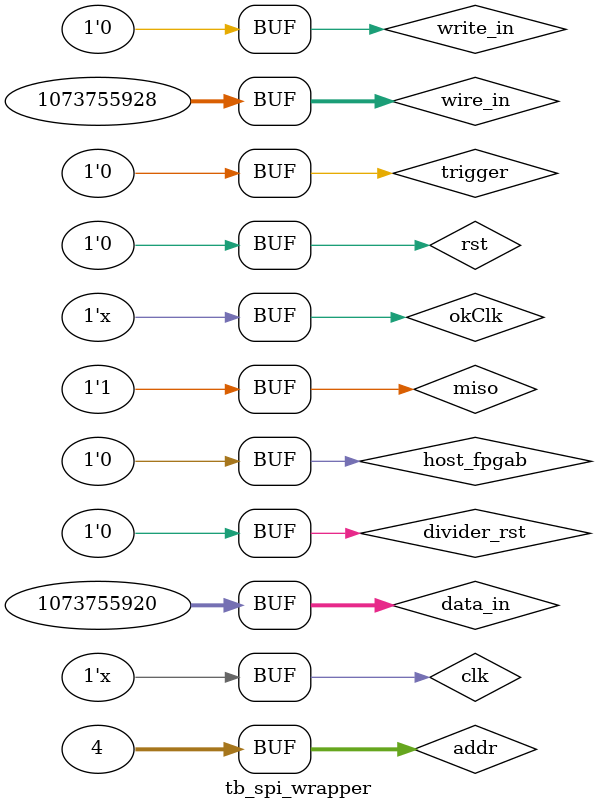
<source format=v>
`timescale 1ns / 1ps


module tb_spi_wrapper;
	// Inputs
	reg clk;
	reg rst, divider_rst;
	reg [31:0] wire_in;
	reg trigger;
	reg miso;
	reg host_fpgab;
    reg okClk;
    reg [31:0]addr;
    reg [31:0]data_in;
    reg write_in;

	// Outputs
	wire [31:0] wire_out;
	wire data_valid;
	wire ss, sclk, mosi, convst;

	spi_controller uut(
        .clk(clk),
        .reset(rst),
        .divider_reset(divider_rst),
        .dac_val(wire_in),
        .dac_convert_trigger(trigger),
        .host_fpgab(host_fpgab),
        // OKRegister bridge inputs 
        .okClk(okClk),
        .addr(addr),
        .data_in(data_in),
        .write_in(write_in),
        // outputs 
        .dac_out(wire_out),
        .data_valid(data_valid),
        .ss(ss),
        .sclk(sclk),
        .mosi(mosi),
        .miso(miso),
        .convst_out(convst)
        );
	
	// Generate clock
	always #2.5 clk = ~clk;//now 200 MHz sys clock
    always #5.05 okClk = ~okClk;//now 200 MHz sys clock

	initial begin
		// Initialize Inputs
		clk = 1'b0;
		rst = 1'b0;
		divider_rst = 1'b0;
		miso = 1'b1;
		trigger = 1'b0;
		wire_in = 32'h0;
		host_fpgab = 1'b1; //host controlled SPI writes 
		// OK register bridge
        okClk = 1'b0;
        addr = 32'h0;
        data_in = 32'd0;
        write_in = 1'b0;
		
		#15;
        rst = 1'b1;
		// Wait 5 ns (one clock) for global reset to finish
		#5;
		rst = 1'b0;
        
      // Add stimulus here
      #17.5;
      trigger = 1'b0;
      wire_in = 32'h00000000; 
      #10;
      wire_in = 32'h80000051;//divide register address
	  #10;
      trigger = 1'b1;
      #5;
      trigger = 1'b0;
      #40;
      wire_in = 32'h40000003;
      #5
      trigger = 1'b1;
      #5;
      trigger = 1'b0;
      #40;
      wire_in = 32'h80000001;//tx register 1 address
      trigger = 1'b1;
      #5;
      trigger = 1'b0;
      #40;
      trigger = 1'b1;
      wire_in = 32'h40008aa5;
      #5;
      trigger = 1'b0;
      #40;
      wire_in = 32'h80000041;//ctrl register address
      trigger = 1'b1;
      #5;
      trigger = 1'b0;
      #40;
      //wire_in = 32'h40003610;
      wire_in = 32'h40003618;
      trigger = 1'b1;
      #5;
      trigger = 1'b0;
      #40;
      wire_in = 32'h80000061;//ss register address
      trigger = 1'b1;
      #5;
      trigger = 1'b0;
      #40;
      wire_in = 32'h40000001;
      trigger = 1'b1;
      #5;
      trigger = 1'b0;
      #40;
      wire_in = 32'h80000041;
      trigger = 1'b1;
      #5;
      trigger = 1'b0;
      #40;
      //wire_in = 32'h40003710; // set ths go bit 
      wire_in = 32'h40003718;
      trigger = 1'b1;
      #5;
      trigger = 1'b0;
      #1905;
    /**/
    wire_in = 32'hc0000000;
    trigger = 1'b1;
    #5;
    trigger = 1'b0;
    #40;
    //*/
      wire_in = 32'h40005a01;
      trigger = 1'b1;
      #5;
      trigger = 1'b0;
      #40;
      wire_in = 32'h80000041;
      trigger = 1'b1;
      #5;
      trigger = 1'b0;
      #40;
      //wire_in = 32'h40003710;
      wire_in = 32'h40003718;
      trigger = 1'b1;
      #5;
      trigger = 1'b0;
      #1900;
      wire_in = 32'h40ffffff; //why don't we need to switch to the Tx register? 
      trigger = 1'b1;
      #5;
      trigger = 1'b0;
      #40;
      wire_in = 32'h80000041;
      trigger = 1'b1;
      #5;
      trigger = 1'b0;
      #40;
      //wire_in = 32'h40003710;
      wire_in = 32'h40003718;
      trigger = 1'b1;
      #5;
      trigger = 1'b0;
      #1000;
      
      // end host driven tests 
      // Program divider 
      #5;
      addr = 32'h0; 
      data_in = 32'd400;  // T = 5ns * 400 = 2000 ns => 500 kHz
      write_in = 1'b1;
      #25;
      // program SPI data
      addr = 32'h1; 
      data_in = 32'h80000001;
      write_in = 1'b1;
      #25;
      addr = 32'h2; 
      data_in = 32'h40000000;
      write_in = 1'b1;
      #25;
      addr = 32'h3; 
      data_in = 32'h80000041;
      write_in = 1'b1;
      #25;
      // program go bit to Tx 
      addr = 32'h4; 
      data_in = 32'h40003710;
      write_in = 1'b1;
      #5;
      write_in = 1'b0;
      #25;
      divider_rst = 1'b1; //don't reset the wishbone and SPI top, only the clock divider
      #10
      divider_rst = 1'b0;
      #10
      host_fpgab = 1'b0; // FPGA driven controlled SPI writes 
   
	end
      
endmodule


</source>
